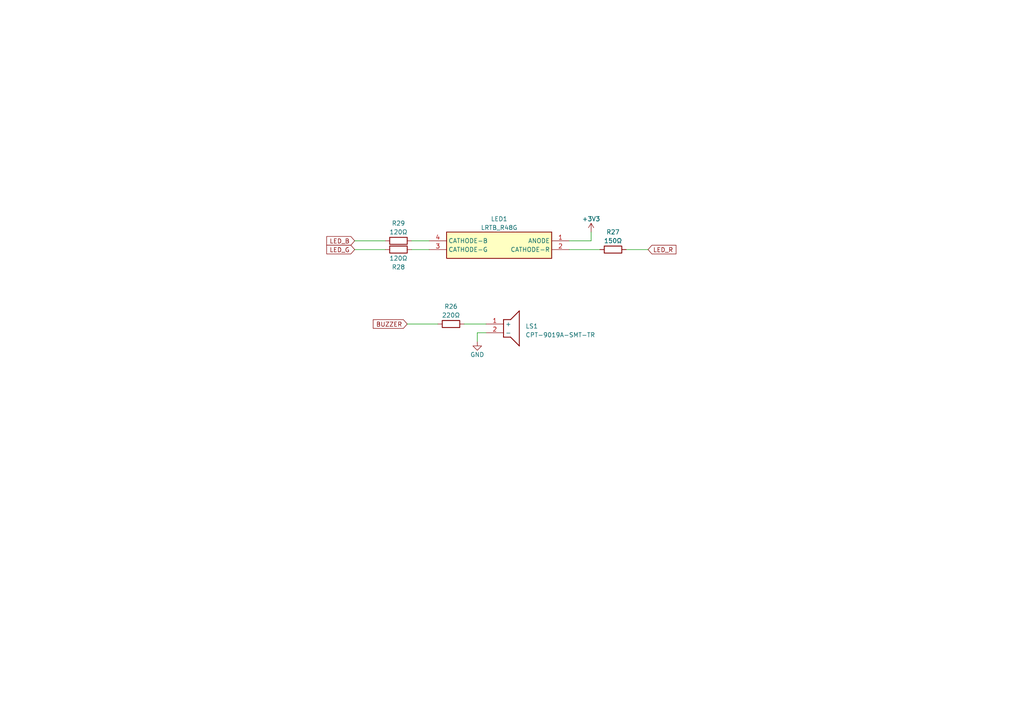
<source format=kicad_sch>
(kicad_sch (version 20250114) (generator "eeschema") (generator_version "9.0")
  (paper "A4")
  (lib_symbols
    (symbol "CPT-9019A-SMT-TR:CPT-9019A-SMT-TR"
      (property "Reference" "LS" (at 11.43 0 0))
      (property "Value" "CPT-9019A-SMT-TR" (at 11.43 -2.54 0))
      (symbol "CPT-9019A-SMT-TR_1_1"
        (polyline (pts (xy 5.08 1.27) (xy 5.08 -3.81)) (stroke (width 0.254)))
        (polyline (pts (xy 5.08 1.27) (xy 7.112 1.27)) (stroke (width 0.254)))
        (polyline (pts (xy 7.112 -3.81) (xy 5.08 -3.81)) (stroke (width 0.254)))
        (polyline (pts (xy 7.112 -3.81) (xy 9.652 -6.35)) (stroke (width 0.254)))
        (polyline (pts (xy 9.652 3.81) (xy 7.112 1.27)) (stroke (width 0.254)))
        (polyline (pts (xy 9.652 3.81) (xy 9.652 -6.35)) (stroke (width 0.254)))
        (pin passive line (at 0 0 0) (length 5.08) (name "+") (number "1"))
        (pin passive line (at 0 -2.54 0) (length 5.08) (name "-") (number "2"))
      )
    )
    (symbol "Device:R" (pin_numbers (hide yes)) (pin_names (offset 0))
      (property "Reference" "R" (at 2.032 0 90))
      (property "Value" "R" (at 0 0 90))
      (symbol "R_0_1"
        (rectangle (start -1.016 -2.54) (end 1.016 2.54) (stroke (width 0.254)))
      )
      (symbol "R_1_1"
        (pin passive line (at 0 3.81 270) (length 1.27) (name "~") (number "1"))
        (pin passive line (at 0 -3.81 90) (length 1.27) (name "~") (number "2"))
      )
    )
    (symbol "LRTB_R48G:LRTB_R48G"
      (property "Reference" "LED" (at 36.83 7.62 0))
      (property "Value" "LRTB_R48G" (at 36.83 5.08 0))
      (symbol "LRTB_R48G_1_1"
        (rectangle (start 5.08 2.54) (end 35.56 -5.08) (stroke (width 0.254)) (fill (type background)))
        (pin passive line (at 0 0 0) (length 5.08) (name "CATHODE-B") (number "4"))
        (pin passive line (at 0 -2.54 0) (length 5.08) (name "CATHODE-G") (number "3"))
        (pin passive line (at 40.64 0 180) (length 5.08) (name "ANODE") (number "1"))
        (pin passive line (at 40.64 -2.54 180) (length 5.08) (name "CATHODE-R") (number "2"))
      )
    )
    (symbol "power:+3V3" (power) (pin_names (offset 0))
      (property "Value" "+3V3" (at 0 3.556 0))
      (symbol "+3V3_0_1"
        (polyline (pts (xy -0.762 1.27) (xy 0 2.54)))
        (polyline (pts (xy 0 2.54) (xy 0.762 1.27)))
        (polyline (pts (xy 0 0) (xy 0 2.54)))
      )
      (symbol "+3V3_1_1"
        (pin power_in line (at 0 0 90) (length 0) (hide yes) (name "+3V3") (number "1"))
      )
    )
    (symbol "power:GND" (power) (pin_names (offset 0))
      (property "Value" "GND" (at 0 -3.81 0))
      (symbol "GND_0_1"
        (polyline (pts (xy 0 0) (xy 0 -1.27) (xy 1.27 -1.27) (xy 0 -2.54) (xy -1.27 -1.27) (xy 0 -1.27)))
      )
      (symbol "GND_1_1"
        (pin power_in line (at 0 0 270) (length 0) (hide yes) (name "GND") (number "1"))
      )
    )
  )
  (wire (pts (xy 140.97 96.52) (xy 138.43 96.52)))
  (wire (pts (xy 165.1 69.85) (xy 171.45 69.85)))
  (wire (pts (xy 138.43 96.52) (xy 138.43 99.06)))
  (wire (pts (xy 102.87 72.39) (xy 111.76 72.39)))
  (wire (pts (xy 118.11 93.98) (xy 127 93.98)))
  (wire (pts (xy 134.62 93.98) (xy 140.97 93.98)))
  (wire (pts (xy 102.87 69.85) (xy 111.76 69.85)))
  (wire (pts (xy 171.45 67.31) (xy 171.45 69.85)))
  (wire (pts (xy 119.38 69.85) (xy 124.46 69.85)))
  (wire (pts (xy 181.61 72.39) (xy 187.96 72.39)))
  (wire (pts (xy 119.38 72.39) (xy 124.46 72.39)))
  (wire (pts (xy 165.1 72.39) (xy 173.99 72.39)))
  (global_label "BUZZER" (shape input) (at 118.11 93.98 180) (property "Intersheetrefs" "${INTERSHEET_REFS}" (effects (hide yes))))
  (global_label "LED_G" (shape input) (at 102.87 72.39 180) (property "Intersheetrefs" "${INTERSHEET_REFS}" (effects (hide yes))))
  (global_label "LED_R" (shape input) (at 187.96 72.39 0) (property "Intersheetrefs" "${INTERSHEET_REFS}" (effects (hide yes))))
  (global_label "LED_B" (shape input) (at 102.87 69.85 180) (property "Intersheetrefs" "${INTERSHEET_REFS}" (effects (hide yes))))
  (symbol (lib_id "power:GND") (at 138.43 99.06 0) (unit 1)
    (property "Reference" "#PWR0135" (effects (hide yes)))
    (property "Value" "GND" (at 138.43 102.87 0))
  )
  (symbol (lib_id "CPT-9019A-SMT-TR:CPT-9019A-SMT-TR") (at 140.97 93.98 0) (unit 1)
    (property "Reference" "LS1" (at 152.4 94.615 0) (effects (justify left)))
    (property "Value" "CPT-9019A-SMT-TR" (at 152.4 97.155 0) (effects (justify left)))
    (property "Footprint" "CPT9019ASMTTR" (effects (hide yes)))
    (property "Datasheet" "https://www.sameskydevices.com/product/resource/supplyframepdf/cpt-9019a-smt-tr.pdf" (effects (hide yes)))
    (property "Height" "2.1" (effects (hide yes)))
    (property "Manufacturer_Name" "Same Sky" (effects (hide yes)))
    (property "Manufacturer_Part_Number" "CPT-9019A-SMT-TR" (effects (hide yes)))
    (property "Mouser Part Number" "179-CPT-9019A-SMT-TR" (effects (hide yes)))
    (property "Mouser Price/Stock" "https://www.mouser.co.uk/ProductDetail/Same-Sky/CPT-9019A-SMT-TR?qs=3Rah4i%252BhyCH9W9p08uaaRg%3D%3D" (effects (hide yes)))
    (property "Arrow Part Number" "CPT-9019A-SMT-TR" (effects (hide yes)))
    (property "Arrow Price/Stock" "https://www.arrow.com/en/products/cpt-9019a-smt-tr/cui-devices?utm_currency=USD&region=nac" (effects (hide yes)))
  )
  (symbol (lib_id "Device:R") (at 177.8 72.39 90) (unit 1)
    (property "Reference" "R27" (at 177.8 67.31 90))
    (property "Value" "150Ω" (at 177.8 69.85 90))
    (property "Footprint" "Resistor_SMD:R_0402_1005Metric" (effects (hide yes)))
  )
  (symbol (lib_id "Device:R") (at 115.57 72.39 90) (mirror x) (unit 1)
    (property "Reference" "R28" (at 115.57 77.47 90))
    (property "Value" "120Ω" (at 115.57 74.93 90))
    (property "Footprint" "Resistor_SMD:R_0402_1005Metric" (effects (hide yes)))
  )
  (symbol (lib_id "Device:R") (at 115.57 69.85 90) (unit 1)
    (property "Reference" "R29" (at 115.57 64.77 90))
    (property "Value" "120Ω" (at 115.57 67.31 90))
    (property "Footprint" "Resistor_SMD:R_0402_1005Metric" (effects (hide yes)))
  )
  (symbol (lib_id "power:+3V3") (at 171.45 67.31 0) (unit 1)
    (property "Reference" "#PWR0136" (effects (hide yes)))
    (property "Value" "+3V3" (at 171.45 63.5 0))
  )
  (symbol (lib_id "Device:R") (at 130.81 93.98 90) (unit 1)
    (property "Reference" "R26" (at 130.81 88.9 90))
    (property "Value" "220Ω" (at 130.81 91.44 90))
    (property "Footprint" "Resistor_SMD:R_0402_1005Metric" (effects (hide yes)))
  )
  (symbol (lib_id "LRTB_R48G:LRTB_R48G") (at 124.46 69.85 0) (unit 1)
    (property "Reference" "LED1" (at 144.78 63.5 0))
    (property "Value" "LRTB_R48G" (at 144.78 66.04 0))
    (property "Footprint" "LRTB-R48G" (effects (hide yes)))
    (property "Datasheet" "https://www.mouser.dk/ProductDetail/ams-OSRAM/LRTB-R48G?qs=yIY1b2L8hUSPApphOSRroQ%3D%3D&_gl=1*1o4eajt*_ga*MTM4ODQzNDg5LjE3MTM1MTk5MTE.*_ga_15W4STQT4T*MTcxMzUxOTkxMS4xLjAuMTcxMzUxOTkxMS42MC4wLjA." (effects (hide yes)))
    (property "Manufacturer_Name" "ams OSRAM" (effects (hide yes)))
    (property "Manufacturer_Part_Number" "LRTB R48G" (effects (hide yes)))
    (property "Mouser Part Number" "720-LRTBR48G" (effects (hide yes)))
    (property "Mouser Price/Stock" "https://www.mouser.co.uk/ProductDetail/ams-OSRAM/LRTB-R48G?qs=yIY1b2L8hUSPApphOSRroQ%3D%3D" (effects (hide yes)))
    (property "Arrow Part Number" "LRTB R48G" (effects (hide yes)))
    (property "Arrow Price/Stock" "https://www.arrow.com/en/products/lrtb-r48g/osram-opto-semiconductors" (effects (hide yes)))
  )
)
</source>
